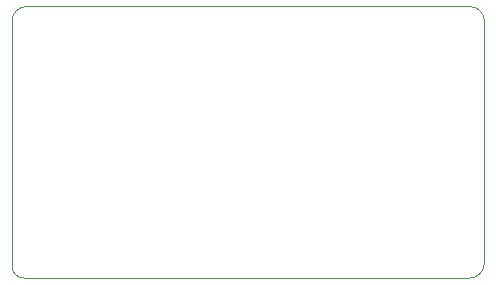
<source format=gbr>
%TF.GenerationSoftware,Altium Limited,Altium Designer,23.1.1 (15)*%
G04 Layer_Color=0*
%FSLAX45Y45*%
%MOMM*%
%TF.SameCoordinates,911EB459-FC51-413D-8FB5-29AF24146691*%
%TF.FilePolarity,Positive*%
%TF.FileFunction,Profile,NP*%
%TF.Part,Single*%
G01*
G75*
%TA.AperFunction,Profile*%
%ADD37C,0.02540*%
D37*
X0Y100000D02*
G03*
X100000Y0I100000J0D01*
G01*
X3873000D01*
D02*
G03*
X4000000Y127000I0J127000D01*
G01*
Y2173000D01*
D02*
G03*
X3873000Y2300000I-127000J0D01*
G01*
X127000D01*
D02*
G03*
X0Y2173000I0J-127000D01*
G01*
Y100000D01*
%TF.MD5,58d782b042c7f696dc2344197471cdb1*%
M02*

</source>
